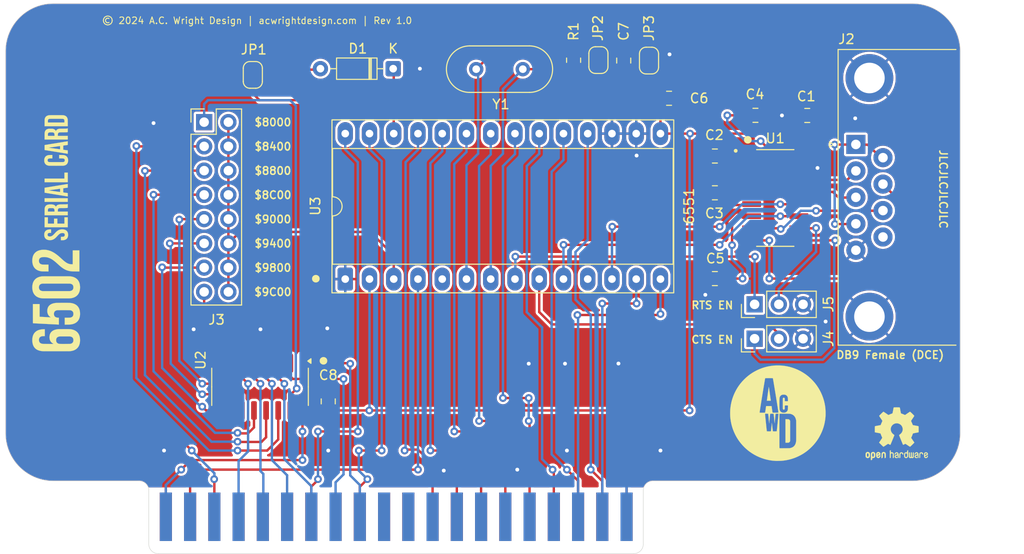
<source format=kicad_pcb>
(kicad_pcb (version 20241229) (generator "pcbnew") (generator_version "9.0")
  (title_block (title "6502 Serial Card") (date "2025-09-21") (rev "1.0") (company "A.C. Wright Design"))
  (layers (0 "F.Cu" signal "Top") (2 "B.Cu" signal "Bottom") (13 "F.Paste" user) (15 "B.Paste" user) (5 "F.SilkS" user "F.Silkscreen") (7 "B.SilkS" user "B.Silkscreen") (1 "F.Mask" user) (3 "B.Mask" user) (25 "Edge.Cuts" user))
  (net 0 "")
  (net 1 "GND")
  (net 2 "VCC")
  (net 3 "A15")
  (net 4 "A14")
  (net 5 "A13")
  (net 6 "A12")
  (net 7 "A11")
  (net 8 "A10")
  (net 9 "Net-(U1-C1-)")
  (net 10 "IRQB")
  (net 11 "RESB")
  (net 12 "/$8000")
  (net 13 "/$8400")
  (net 14 "/$8800")
  (net 15 "/$8C00")
  (net 16 "/$9000")
  (net 17 "/$9400")
  (net 18 "/$9800")
  (net 19 "/$9C00")
  (net 20 "D7")
  (net 21 "RWB")
  (net 22 "A0")
  (net 24 "D5")
  (net 25 "D4")
  (net 27 "D3")
  (net 28 "PHI2")
  (net 29 "D6")
  (net 30 "D2")
  (net 31 "A1")
  (net 32 "D0")
  (net 33 "D1")
  (net 34 "CSB")
  (net 36 "TXD")
  (net 50 "Net-(U1-C1+)")
  (net 51 "RXD")
  (net 52 "Net-(U1-C2+)")
  (net 53 "RXDIN")
  (net 54 "TXDOUT")
  (net 55 "Net-(D1-K)")
  (net 56 "Net-(U1-C2-)")
  (net 57 "Net-(U1-VS+)")
  (net 58 "Net-(U1-VS-)")
  (net 59 "Net-(JP2-B)")
  (net 60 "CTS")
  (net 61 "Net-(JP3-B)")
  (net 63 "Net-(U3-XTALO)")
  (net 64 "RTS")
  (net 65 "RTSOUT")
  (net 66 "CTSIN")
  (net 69 "Net-(J2-Pad1)")
  (net 70 "Net-(JP2-A)")
  (net 71 "Net-(J4-Pin_2)")
  (net 72 "Net-(J5-Pin_1)")
  (footprint "Capacitor_SMD:C_0805_2012Metric" (layer "F.Cu") (at 172.8011 96.0136 180)
    (property "Reference" "C3")
    (property "Value" "1uF" (hide yes))
  )
  (footprint "Capacitor_SMD:C_0805_2012Metric" (layer "F.Cu") (at 172.8011 92.1636 180)
    (property "Reference" "C2")
    (property "Value" "1uF" (hide yes))
  )
  (footprint "Capacitor_SMD:C_0805_2012Metric" (layer "F.Cu") (at 177.05 87.9)
    (property "Reference" "C4")
    (property "Value" "1uF" (hide yes))
  )
  (footprint "Capacitor_SMD:C_0805_2012Metric" (layer "F.Cu") (at 168.0011 86.1136)
    (property "Reference" "C6")
    (property "Value" "100nF" (hide yes))
  )
  (footprint "Capacitor_SMD:C_0805_2012Metric" (layer "F.Cu") (at 172.8 105 180)
    (property "Reference" "C5")
    (property "Value" "1uF" (hide yes))
  )
  (footprint "Crystal:Crystal_HC49-U_Vertical" (layer "F.Cu") (at 147.8011 83.0636)
    (property "Reference" "Y1")
    (property "Value" "1.8432 Mhz" (hide yes))
  )
  (footprint "Resistor_SMD:R_0805_2012Metric" (layer "F.Cu") (at 158.0011 82.1261 90)
    (property "Reference" "R1")
    (property "Value" "1M" (hide yes))
  )
  (footprint "Capacitor_SMD:C_0805_2012Metric" (layer "F.Cu") (at 132.3011 117.8636 90)
    (property "Reference" "C8")
    (property "Value" "100nF" (hide yes))
  )
  (footprint "6502 Parts:MAX232D" (layer "F.Cu") (at 179.1261 96.5586)
    (property "Reference" "U1")
    (property "Value" "MAX232" (hide yes))
  )
  (footprint "Capacitor_SMD:C_0805_2012Metric" (layer "F.Cu") (at 182.4761 87.9136)
    (property "Reference" "C1")
    (property "Value" "100nF" (hide yes))
  )
  (footprint "Capacitor_SMD:C_0805_2012Metric" (layer "F.Cu") (at 163.2511 82.1636 90)
    (property "Reference" "C7")
    (property "Value" "22pF" (hide yes))
  )
  (footprint "Package_SO:SOIC-16_3.9x9.9mm_P1.27mm" (layer "F.Cu") (at 125.1561 116.3386 -90)
    (property "Reference" "U2")
    (property "Value" "74HC138" (hide yes))
  )
  (footprint "6502 Parts:DB9 Female" (layer "F.Cu") (at 187.57 90.95 90)
    (property "Reference" "J2")
    (property "Value" "DB9 Female (DCE)")
  )
  (footprint "Package_DIP:DIP-28_W15.24mm_Socket_LongPads" (layer "F.Cu") (at 134.0811 105.0536 90)
    (property "Reference" "U3")
    (property "Value" "6551")
  )
  (footprint "Connector_PinHeader_2.54mm:PinHeader_1x03_P2.54mm_Vertical" (layer "F.Cu") (at 176.96 107.7 90)
    (property "Reference" "J5")
    (property "Value" "RTS EN")
  )
  (footprint "6502 Logos:6502 Serial Card Logo 5mm" (layer "F.Cu") (at 103.8011 97.6136 90)
    (property "Reference" "G***" (hide yes))
    (property "Value" "LOGO" (hide yes))
  )
  (footprint "Diode_THT:D_DO-35_SOD27_P7.62mm_Horizontal" (layer "F.Cu") (at 139.1011 83.0136 180)
    (property "Reference" "D1")
    (property "Value" "D_Schottky" (hide yes))
  )
  (footprint "A.C. Wright Logo:A.C. Wright Logo 10mm" (layer "F.Cu") (at 179.4 119.1)
    (property "Reference" "G***" (hide yes))
    (property "Value" "LOGO" (hide yes))
  )
  (footprint "Jumper:SolderJumper-2_P1.3mm_Open_RoundedPad1.0x1.5mm" (layer "F.Cu") (at 165.9011 82.1636 -90)
    (property "Reference" "JP3")
    (property "Value" "SolderJumper_2_Open" (hide yes))
  )
  (footprint "Jumper:SolderJumper-2_P1.3mm_Bridged_RoundedPad1.0x1.5mm" (layer "F.Cu") (at 124.4011 83.6636 -90)
    (property "Reference" "JP1")
    (property "Value" "SolderJumper_2_Bridged" (hide yes))
  )
  (footprint "Jumper:SolderJumper-2_P1.3mm_Open_RoundedPad1.0x1.5mm" (layer "F.Cu") (at 160.6011 82.1136 90)
    (property "Reference" "JP2")
    (property "Value" "SolderJumper_2_Open" (hide yes))
  )
  (footprint "Connector_PinHeader_2.54mm:PinHeader_2x08_P2.54mm_Vertical" (layer "F.Cu") (at 119.3011 88.6136)
    (property "Reference" "J3")
    (property "Value" "Conn_02x08_Odd_Even" (hide yes))
  )
  (footprint "6502 Parts:6502 Card Edge" (layer "F.Cu") (at 115.29 132.49)
    (property "Reference" "J1" (hide yes))
    (property "Value" "6502 Card Edge" (hide yes))
  )
  (footprint "Symbol:OSHW-Logo2_7.3x6mm_SilkScreen" (layer "F.Cu") (at 191.85 121.25)
    (property "Reference" "REF**" (hide yes))
    (property "Value" "OSHW-Logo2_7.3x6mm_SilkScreen" (hide yes))
  )
  (footprint "Connector_PinHeader_2.54mm:PinHeader_1x03_P2.54mm_Vertical" (layer "F.Cu") (at 176.9611 111.3 90)
    (property "Reference" "J4")
    (property "Value" "CTS EN")
  )
  (gr_circle (center 176.2511 90.4636) (end 176.4511 90.4636) (stroke (width 0.4)) (fill no) (layer "F.SilkS"))
  (gr_circle (center 131.0011 105.0136) (end 131.2011 105.0136) (stroke (width 0.4)) (fill no) (layer "F.SilkS"))
  (gr_circle (center 131.8011 113.6136) (end 132.0011 113.6136) (stroke (width 0.4)) (fill no) (layer "F.SilkS"))
  (gr_line (start 166.3011 126.1936) (end 193.5011 126.1936) (stroke (width 0.05)) (layer "Edge.Cuts"))
  (gr_line (start 165.3011 132.8136) (end 165.3011 127.1936) (stroke (width 0.05)) (layer "Edge.Cuts"))
  (gr_line (start 113.5011 127.1936) (end 113.5011 132.8136) (stroke (width 0.05)) (layer "Edge.Cuts"))
  (gr_arc (start 198.5011 121.1936) (mid 197.036634 124.729134) (end 193.5011 126.1936) (stroke (width 0.05)) (layer "Edge.Cuts"))
  (gr_line (start 103.5011 126.1936) (end 112.5011 126.1936) (stroke (width 0.05)) (layer "Edge.Cuts"))
  (gr_line (start 98.5011 81.1936) (end 98.5011 121.1936) (stroke (width 0.05)) (layer "Edge.Cuts"))
  (gr_arc (start 193.5011 76.1936) (mid 197.036634 77.658066) (end 198.5011 81.1936) (stroke (width 0.05)) (layer "Edge.Cuts"))
  (gr_arc (start 103.5011 126.1936) (mid 99.965566 124.729134) (end 98.5011 121.1936) (stroke (width 0.05)) (layer "Edge.Cuts"))
  (gr_arc (start 165.3011 132.8136) (mid 165.008207 133.520707) (end 164.3011 133.8136) (stroke (width 0.05)) (layer "Edge.Cuts"))
  (gr_arc (start 112.5011 126.1936) (mid 113.208207 126.486493) (end 113.5011 127.1936) (stroke (width 0.05)) (layer "Edge.Cuts"))
  (gr_arc (start 98.5011 81.1936) (mid 99.965566 77.658066) (end 103.5011 76.1936) (stroke (width 0.05)) (layer "Edge.Cuts"))
  (gr_line (start 114.5011 133.8136) (end 164.3011 133.8136) (stroke (width 0.05)) (layer "Edge.Cuts"))
  (gr_line (start 193.5011 76.1936) (end 103.5011 76.1936) (stroke (width 0.05)) (layer "Edge.Cuts"))
  (gr_line (start 198.5011 121.1936) (end 198.5011 81.1936) (stroke (width 0.05)) (layer "Edge.Cuts"))
  (gr_arc (start 165.3011 127.1936) (mid 165.593993 126.486493) (end 166.3011 126.1936) (stroke (width 0.05)) (layer "Edge.Cuts"))
  (gr_arc (start 114.5011 133.8136) (mid 113.793993 133.520707) (end 113.5011 132.8136) (stroke (width 0.05)) (layer "Edge.Cuts"))
  (gr_text "JLCJLCJLCJLC" (at 196.723 95.631 270) (layer "F.SilkS") (effects (font (size 0.8 0.8))))
  (gr_text "© 2024 A.C. Wright Design | acwrightdesign.com | Rev 1.0" (at 124.841 77.978 0) (layer "F.SilkS") (effects (font (size 0.7 0.7) (thickness 0.1))))
  (gr_text "$9000" (at 126.5011 98.7936 0) (layer "F.SilkS") (effects (font (size 0.8 0.8))))
  (gr_text "$8400" (at 126.5011 91.1736 0) (layer "F.SilkS") (effects (font (size 0.8 0.8))))
  (gr_text "$8C00" (at 126.5011 96.2536 0) (layer "F.SilkS") (effects (font (size 0.8 0.8))))
  (gr_text "$9C00" (at 126.5011 106.4136 0) (layer "F.SilkS") (effects (font (size 0.8 0.8))))
  (gr_text "$8000" (at 126.5011 88.6336 0) (layer "F.SilkS") (effects (font (size 0.8 0.8))))
  (gr_text "$9400" (at 126.5011 101.3336 0) (layer "F.SilkS") (effects (font (size 0.8 0.8))))
  (gr_text "$8800" (at 126.5011 93.7136 0) (layer "F.SilkS") (effects (font (size 0.8 0.8))))
  (gr_text "$9800" (at 126.5011 103.8736 0) (layer "F.SilkS") (effects (font (size 0.8 0.8))))
  (segment (start 115.29 129.95) (end 115.29 125.0247) (width 0.25) (layer "F.Cu") (net 1))
  (via (at 115.1011 123.0136) (size 0.8) (drill 0.4) (layers "F.Cu" "B.Cu") (net 1))
  (via (at 184.4 109.5) (size 0.8) (drill 0.4) (layers "F.Cu" "B.Cu") (net 1))
  (via (at 179.8261 87.9136) (size 0.8) (drill 0.4) (layers "F.Cu" "B.Cu") (net 1))
  (via (at 132.3011 123.0136) (size 0.8) (drill 0.4) (layers "F.Cu" "B.Cu") (net 1))
  (via (at 153.3011 113.9136) (size 0.8) (drill 0.4) (layers "F.Cu" "B.Cu") (net 1))
  (via (at 162.7 113.9) (size 0.8) (drill 0.4) (layers "F.Cu" "B.Cu") (net 1))
  (via (at 141.9011 83.0136) (size 0.8) (drill 0.4) (layers "F.Cu" "B.Cu") (net 1))
  (via (at 152.1011 125.0136) (size 0.8) (drill 0.4) (layers "F.Cu" "B.Cu") (net 1))
  (via (at 157.1011 113.9136) (size 0.8) (drill 0.4) (layers "F.Cu" "B.Cu") (net 1))
  (via (at 118.2011 110.3136) (size 0.8) (drill 0.4) (layers "F.Cu" "B.Cu") (net 1))
  (via (at 164.6011 92.1136) (size 0.8) (drill 0.4) (layers "F.Cu" "B.Cu") (net 1))
  (via (at 167.1011 123.0136) (size 0.8) (drill 0.4) (layers "F.Cu" "B.Cu") (net 1))
  (via (at 168.0511 81.5136) (size 0.8) (drill 0.4) (layers "F.Cu" "B.Cu") (net 1))
  (via (at 114.0011 88.7136) (size 0.8) (drill 0.4) (layers "F.Cu" "B.Cu") (net 1))
  (via (at 187.5011 88.2136) (size 0.8) (drill 0.4) (layers "F.Cu" "B.Cu") (net 1))
  (via (at 183.5511 93.4136) (size 0.8) (drill 0.4) (layers "F.Cu" "B.Cu") (net 1))
  (via (at 157.3011 123.0136) (size 0.8) (drill 0.4) (layers "F.Cu" "B.Cu") (net 1))
  (via (at 171.8 106.7) (size 0.8) (drill 0.4) (layers "F.Cu" "B.Cu") (net 1))
  (via (at 144.4011 125.1136) (size 0.8) (drill 0.4) (layers "F.Cu" "B.Cu") (net 1))
  (via (at 132.2011 110.2136) (size 0.8) (drill 0.4) (layers "F.Cu" "B.Cu") (net 1))
  (via (at 125.2011 110.3136) (size 0.8) (drill 0.4) (layers "F.Cu" "B.Cu") (net 1))
  (segment (start 163.55 129.95) (end 163.55 125.0625) (width 0.25) (layer "B.Cu") (net 1))
  (segment (start 167.1011 89.8136) (end 167.1011 86.1636) (width 0.25) (layer "F.Cu") (net 2))
  (segment (start 163.55 129.95) (end 163.55 118.8136) (width 0.25) (layer "F.Cu") (net 2))
  (segment (start 117.9011 124.0136) (end 129.6011 124.0136) (width 0.25) (layer "F.Cu") (net 2))
  (segment (start 116.9011 125.0136) (end 117.9011 124.0136) (width 0.25) (layer "F.Cu") (net 2))
  (segment (start 170.2011 89.8136) (end 183.4511 89.8136) (width 0.25) (layer "F.Cu") (net 2))
  (segment (start 183.5011 87.9136) (end 183.4511 87.9636) (width 0.25) (layer "F.Cu") (net 2))
  (segment (start 167.0511 89.7636) (end 167.1011 89.8136) (width 0.25) (layer "F.Cu") (net 2))
  (segment (start 183.4511 87.9636) (end 183.4511 89.8136) (width 0.25) (layer "F.Cu") (net 2))
  (segment (start 136.6011 118.8136) (end 132.7011 118.8136) (width 0.25) (layer "F.Cu") (net 2))
  (segment (start 136.6011 118.8136) (end 163.55 118.8136) (width 0.25) (layer "F.Cu") (net 2))
  (segment (start 183.4511 91.7136) (end 183.4511 89.8136) (width 0.25) (layer "F.Cu") (net 2))
  (segment (start 183.0511 92.1136) (end 183.4511 91.7136) (width 0.25) (layer "F.Cu") (net 2))
  (segment (start 132.6011 118.8136) (end 129.6011 118.8136) (width 0.25) (layer "F.Cu") (net 2))
  (segment (start 167.1011 89.8136) (end 170.2011 89.8136) (width 0.25) (layer "F.Cu") (net 2))
  (segment (start 163.55 118.8136) (end 170.1511 118.8136) (width 0.25) (layer "F.Cu") (net 2))
  (segment (start 132.4011 118.8136) (end 132.3011 118.8136) (width 0.25) (layer "F.Cu") (net 2))
  (segment (start 181.6011 92.1136) (end 183.0511 92.1136) (width 0.25) (layer "F.Cu") (net 2))
  (segment (start 129.6011 121.0136) (end 129.6011 118.8136) (width 0.25) (layer "F.Cu") (net 2))
  (segment (start 167.1011 86.1636) (end 167.0511 86.1136) (width 0.25) (layer "F.Cu") (net 2))
  (via (at 136.6011 118.8136) (size 0.8) (drill 0.4) (layers "F.Cu" "B.Cu") (net 2))
  (via (at 170.1511 118.8136) (size 0.8) (drill 0.4) (layers "F.Cu" "B.Cu") (net 2))
  (via (at 129.6011 121.0136) (size 0.8) (drill 0.4) (layers "F.Cu" "B.Cu") (net 2))
  (via (at 116.9011 125.0136) (size 0.8) (drill 0.4) (layers "F.Cu" "B.Cu") (net 2))
  (via (at 129.6011 124.0136) (size 0.8) (drill 0.4) (layers "F.Cu" "B.Cu") (net 2))
  (via (at 170.2011 89.8136) (size 0.8) (drill 0.4) (layers "F.Cu" "B.Cu") (net 2))
  (segment (start 170.1511 118.8136) (end 170.1511 104.3136) (width 0.25) (layer "B.Cu") (net 2))
  (segment (start 129.6011 124.0136) (end 129.6011 121.0136) (width 0.25) (layer "B.Cu") (net 2))
  (segment (start 115.29 129.95) (end 115.29 126.6247) (width 0.25) (layer "B.Cu") (net 2))
  (segment (start 136.6011 118.8136) (end 136.6211 118.7936) (width 0.25) (layer "B.Cu") (net 2))
  (segment (start 136.6211 118.7936) (end 136.6211 105.0536) (width 0.25) (layer "B.Cu") (net 2))
  (segment (start 170.1511 104.3136) (end 170.1511 89.8636) (width 0.25) (layer "B.Cu") (net 2))
  (segment (start 170.1511 89.8636) (end 170.2011 89.8136) (width 0.25) (layer "B.Cu") (net 2))
  (segment (start 115.29 126.6247) (end 116.9011 125.0136) (width 0.25) (layer "B.Cu") (net 2))
  (segment (start 123.9011 116.0136) (end 123.2511 115.3636) (width 0.25) (layer "F.Cu") (net 3))
  (segment (start 123.2511 115.3636) (end 123.2511 113.8636) (width 0.25) (layer "F.Cu") (net 3))
  (via (at 123.9011 116.0136) (size 0.8) (drill 0.4) (layers "F.Cu" "B.Cu") (net 3))
  (segment (start 123.9011 123.1136) (end 123.9011 122.8136) (width 0.25) (layer "B.Cu") (net 3))
  (segment (start 123.9011 122.8136) (end 123.9011 116.0136) (width 0.25) (layer "B.Cu") (net 3))
  (segment (start 122.91 129.95) (end 122.91 124.1047) (width 0.25) (layer "B.Cu") (net 3))
  (segment (start 122.91 124.1047) (end 123.9011 123.1136) (width 0.25) (layer "B.Cu") (net 3))
  (segment (start 125.2011 116.0136) (end 124.5211 115.3336) (width 0.25) (layer "F.Cu") (net 4))
  (segment (start 124.5211 115.3336) (end 124.5211 113.8636) (width 0.25) (layer "F.Cu") (net 4))
  (via (at 125.2011 116.0136) (size 0.8) (drill 0.4) (layers "F.Cu" "B.Cu") (net 4))
  (segment (start 125.5011 125.4636) (end 125.5011 129.8989) (width 0.25) (layer "B.Cu") (net 4))
  (segment (start 125.2011 125.1636) (end 125.5011 125.4636) (width 0.25) (layer "B.Cu") (net 4))
  (segment (start 125.5011 129.8989) (end 125.45 129.95) (width 0.25) (layer "B.Cu") (net 4))
  (segment (start 125.2011 116.0136) (end 125.2011 125.1636) (width 0.25) (layer "B.Cu") (net 4))
  (segment (start 125.8011 115.4136) (end 125.8011 115.3136) (width 0.25) (layer "F.Cu") (net 5))
  (segment (start 125.8011 115.3136) (end 125.7911 115.3036) (width 0.25) (layer "F.Cu") (net 5))
  (segment (start 126.4011 116.0136) (end 125.8011 115.4136) (width 0.25) (layer "F.Cu") (net 5))
  (segment (start 125.7911 115.3036) (end 125.7911 113.8636) (width 0.25) (layer "F.Cu") (net 5))
  (via (at 126.4011 116.0136) (size 0.8) (drill 0.4) (layers "F.Cu" "B.Cu") (net 5))
  (segment (start 127.99 129.95) (end 127.99 125.6025) (width 0.25) (layer "B.Cu") (net 5))
  (segment (start 126.4011 124.0136) (end 126.4011 116.0136) (width 0.25) (layer "B.Cu") (net 5))
  (segment (start 127.99 129.9247) (end 128.0011 129.9136) (width 0.25) (layer "B.Cu") (net 5))
  (segment (start 127.99 125.6025) (end 126.4011 124.0136) (width 0.25) (layer "B.Cu") (net 5))
  (segment (start 127.99 129.95) (end 127.99 129.9247) (width 0.25) (layer "B.Cu") (net 5))
  (segment (start 127.7011 116.0136) (end 127.0611 115.3736) (width 0.25) (layer "F.Cu") (net 6))
  (segment (start 127.0611 115.3736) (end 127.0611 113.8636) (width 0.25) (layer "F.Cu") (net 6))
  (via (at 127.7011 116.0136) (size 0.8) (drill 0.4) (layers "F.Cu" "B.Cu") (net 6))
  (segment (start 130.53 126.7425) (end 127.7011 123.9136) (width 0.25) (layer "B.Cu") (net 6))
  (segment (start 127.7011 123.9136) (end 127.7011 116.0136) (width 0.25) (layer "B.Cu") (net 6))
  (segment (start 130.53 129.95) (end 130.53 126.7425) (width 0.25) (layer "B.Cu") (net 6))
  (segment (start 128.3311 115.2436) (end 128.3311 113.8636) (width 0.25) (layer "F.Cu") (net 7))
  (segment (start 133.9011 115.5136) (end 128.6011 115.5136) (width 0.25) (layer "F.Cu") (net 7))
  (segment (start 128.6011 115.5136) (end 128.3311 115.2436) (width 0.25) (layer "F.Cu") (net 7))
  (via (at 133.9011 115.5136) (size 0.8) (drill 0.4) (layers "F.Cu" "B.Cu") (net 7))
  (segment (start 133.9011 125.5136) (end 133.07 126.3447) (width 0.25) (layer "B.Cu") (net 7))
  (segment (start 133.07 126.3447) (end 133.07 129.95) (width 0.25) (layer "B.Cu") (net 7))
  (segment (start 133.9011 115.5136) (end 133.9011 125.5136) (width 0.25) (layer "B.Cu") (net 7))
  (segment (start 134.5511 113.8636) (end 129.6011 113.8636) (width 0.25) (layer "F.Cu") (net 8))
  (segment (start 134.6011 113.9136) (end 134.5511 113.8636) (width 0.25) (layer "F.Cu") (net 8))
  (via (at 134.6011 113.9136) (size 0.8) (drill 0.4) (layers "F.Cu" "B.Cu") (net 8))
  (segment (start 135.61 126.6225) (end 135.61 129.95) (width 0.25) (layer "B.Cu") (net 8))
  (segment (start 134.6011 125.6136) (end 135.61 126.6225) (width 0.25) (layer "B.Cu") (net 8))
  (segment (start 134.6011 113.9136) (end 134.6011 125.6136) (width 0.25) (layer "B.Cu") (net 8))
  (segment (start 172.4011 93.8636) (end 171.8511 93.3136) (width 0.25) (layer "F.Cu") (net 9))
  (segment (start 171.8511 93.3136) (end 171.8511 92.1636) (width 0.25) (layer "F.Cu") (net 9))
  (segment (start 174.8911 94.7536) (end 174.0011 93.8636) (width 0.25) (layer "F.Cu") (net 9))
  (segment (start 174.0011 93.8636) (end 172.4011 93.8636) (width 0.25) (layer "F.Cu") (net 9))
  (segment (start 176.2511 94.7536) (end 174.8911 94.7536) (width 0.25) (layer "F.Cu") (net 9))
  (segment (start 115.2011 83.1136) (end 110.9011 87.4136) (width 0.25) (layer "F.Cu") (net 10))
  (segment (start 131.4811 83.0136) (end 131.3811 83.1136) (width 0.25) (layer "F.Cu") (net 10))
  (segment (start 110.9011 87.4136) (end 110.9011 115.9136) (width 0.25) (layer "F.Cu") (net 10))
  (segment (start 110.9011 115.9136) (end 118.0011 123.0136) (width 0.25) (layer "F.Cu") (net 10))
  (segment (start 120.37 126.0325) (end 120.37 129.95) (width 0.25) (layer "F.Cu") (net 10))
  (segment (start 120.3511 126.0136) (end 120.37 126.0325) (width 0.25) (layer "F.Cu") (net 10))
  (segment (start 131.3811 83.1136) (end 115.2011 83.1136) (width 0.25) (layer "F.Cu") (net 10))
  (via (at 118.0011 123.0136) (size 0.8) (drill 0.4) (layers "F.Cu" "B.Cu") (net 10))
  (via (at 120.3511 126.0136) (size 0.8) (drill 0.4) (layers "F.Cu" "B.Cu") (net 10))
  (segment (start 120.3761 125.9886) (end 120.3511 126.0136) (width 0.25) (layer "B.Cu") (net 10))
  (segment (start 118.0011 123.0136) (end 120.3761 125.3886) (width 0.25) (layer "B.Cu") (net 10))
  (segment (start 120.3761 125.3886) (end 120.3761 125.9886) (width 0.25) (layer "B.Cu") (net 10))
  (segment (start 117.83 129.95) (end 117.83 126.1847) (width 0.25) (layer "F.Cu") (net 11))
  (segment (start 119.0011 125.0136) (end 119.9011 125.0136) (width 0.25) (layer "F.Cu") (net 11))
  (segment (start 117.83 126.1847) (end 119.0011 125.0136) (width 0.25) (layer "F.Cu") (net 11))
  (segment (start 119.9011 125.0136) (end 141.7011 125.0136) (width 0.25) (layer "F.Cu") (net 11))
  (via (at 141.7011 125.0136) (size 0.8) (drill 0.4) (layers "F.Cu" "B.Cu") (net 11))
  (segment (start 141.7011 125.0136) (end 141.7011 105.0536) (width 0.25) (layer "B.Cu") (net 11))
  (segment (start 128.3311 117.1836) (end 129.0011 116.5136) (width 0.25) (layer "F.Cu") (net 12))
  (segment (start 128.3311 118.8136) (end 128.3311 117.1836) (width 0.25) (layer "F.Cu") (net 12))
  (via (at 129.0011 116.5136) (size 0.8) (drill 0.4) (layers "F.Cu" "B.Cu") (net 12))
  (segment (start 119.3011 86.7136) (end 119.3011 88.6136) (width 0.25) (layer "B.Cu") (net 12))
  (segment (start 119.7011 86.3136) (end 119.3011 86.7136) (width 0.25) (layer "B.Cu") (net 12))
  (segment (start 128.9011 86.9136) (end 128.3011 86.3136) (width 0.25) (layer "B.Cu") (net 12))
  (segment (start 129.0011 116.5136) (end 128.9011 116.4136) (width 0.25) (layer "B.Cu") (net 12))
  (segment (start 128.9011 116.4136) (end 128.9011 86.9136) (width 0.25) (layer "B.Cu") (net 12))
  (segment (start 128.3011 86.3136) (end 119.7011 86.3136) (width 0.25) (layer "B.Cu") (net 12))
  (segment (start 127.0611 121.8536) (end 125.9011 123.0136) (width 0.25) (layer "F.Cu") (net 13))
  (segment (start 112.2411 91.1536) (end 112.2011 91.1136) (width 0.25) (layer "F.Cu") (net 13))
  (segment (start 127.0611 118.8136) (end 127.0611 121.8536) (width 0.25) (layer "F.Cu") (net 13))
  (segment (start 119.3011 91.1536) (end 112.2411 91.1536) (width 0.25) (layer "F.Cu") (net 13))
  (segment (start 125.9011 123.0136) (end 122.8011 123.0136) (width 0.25) (layer "F.Cu") (net 13))
  (via (at 112.2011 91.1136) (size 0.8) (drill 0.4) (layers "F.Cu" "B.Cu") (net 13))
  (via (at 122.8011 123.0136) (size 0.8) (drill 0.4) (layers "F.Cu" "B.Cu") (net 13))
  (segment (start 119.8011 123.0136) (end 122.8011 123.0136) (width 0.25) (layer "B.Cu") (net 13))
  (segment (start 112.2011 115.4136) (end 119.8011 123.0136) (width 0.25) (layer "B.Cu") (net 13))
  (segment (start 112.2011 91.1136) (end 112.2011 115.4136) (width 0.25) (layer "B.Cu") (net 13))
  (segment (start 113.1011 93.7136) (end 113.1211 93.6936) (width 0.25) (layer "F.Cu") (net 14))
  (segment (start 122.828103 122.1136) (end 122.8011 122.086597) (width 0.25) (layer "F.Cu") (net 14))
  (segment (start 113.1211 93.6936) (end 119.3011 93.6936) (width 0.25) (layer "F.Cu") (net 14))
  (segment (start 125.3011 122.1136) (end 122.828103 122.1136) (width 0.25) (layer "F.Cu") (net 14))
  (segment (start 125.7911 121.6236) (end 125.3011 122.1136) (width 0.25) (layer "F.Cu") (net 14))
  (segment (start 125.7911 118.8136) (end 125.7911 121.6236) (width 0.25) (layer "F.Cu") (net 14))
  (via (at 113.1011 93.7136) (size 0.8) (drill 0.4) (layers "F.Cu" "B.Cu") (net 14))
  (via (at 122.8011 122.086597) (size 0.8) (drill 0.4) (layers "F.Cu" "B.Cu") (net 14))
  (segment (start 113.1011 115.1136) (end 120.074097 122.086597) (width 0.25) (layer "B.Cu") (net 14))
  (segment (start 120.074097 122.086597) (end 122.8011 122.086597) (width 0.25) (layer "B.Cu") (net 14))
  (segment (start 113.1011 93.7136) (end 113.1011 115.1136) (width 0.25) (layer "B.Cu") (net 14))
  (segment (start 119.2811 96.2136) (end 119.3011 96.2336) (width 0.25) (layer "F.Cu") (net 15))
  (segment (start 122.855106 121.2136) (end 122.8011 121.159594) (width 0.25) (layer "F.Cu") (net 15))
  (segment (start 123.9011 121.2136) (end 122.855106 121.2136) (width 0.25) (layer "F.Cu") (net 15))
  (segment (start 124.5211 120.5936) (end 123.9011 121.2136) (width 0.25) (layer "F.Cu") (net 15))
  (segment (start 124.5211 118.8136) (end 124.5211 120.5936) (width 0.25) (layer "F.Cu") (net 15))
  (segment (start 114.0011 96.2136) (end 119.2811 96.2136) (width 0.25) (layer "F.Cu") (net 15))
  (via (at 122.8011 121.159594) (size 0.8) (drill 0.4) (layers "F.Cu" "B.Cu") (net 15))
  (via (at 114.0011 96.2136) (size 0.8) (drill 0.4) (layers "F.Cu" "B.Cu") (net 15))
  (segment (start 114.0011 96.2136) (end 114.0011 114.7136) (width 0.25) (layer "B.Cu") (net 15))
  (segment (start 120.447094 121.159594) (end 122.8011 121.159594) (width 0.25) (layer "B.Cu") (net 15))
  (segment (start 114.0011 114.7136) (end 120.447094 121.159594) (width 0.25) (layer "B.Cu") (net 15))
  (segment (start 122.0011 116.0136) (end 119.1011 116.0136) (width 0.25) (layer "F.Cu") (net 16))
  (segment (start 123.2511 117.2636) (end 122.0011 116.0136) (width 0.25) (layer "F.Cu") (net 16))
  (segment (start 123.2511 118.8136) (end 123.2511 117.2636) (width 0.25) (layer "F.Cu") (net 16))
  (segment (start 116.7011 98.8136) (end 116.7411 98.7736) (width 0.25) (layer "F.Cu") (net 16))
  (segment (start 116.7411 98.7736) (end 119.3011 98.7736) (width 0.25) (layer "F.Cu") (net 16))
  (via (at 119.1011 116.0136) (size 0.8) (drill 0.4) (layers "F.Cu" "B.Cu") (net 16))
  (via (at 116.7011 98.8136) (size 0.8) (drill 0.4) (layers "F.Cu" "B.Cu") (net 16))
  (segment (start 116.7011 113.6136) (end 116.7011 98.8136) (width 0.25) (layer "B.Cu") (net 16))
  (segment (start 119.1011 116.0136) (end 116.7011 113.6136) (width 0.25) (layer "B.Cu") (net 16))
  (segment (start 121.6011 117.1136) (end 121.9811 117.4936) (width 0.25) (layer "F.Cu") (net 17))
  (segment (start 121.9811 117.4936) (end 121.9811 118.8136) (width 0.25) (layer "F.Cu") (net 17))
  (segment (start 119.1011 117.1136) (end 121.6011 117.1136) (width 0.25) (layer "F.Cu") (net 17))
  (segment (start 115.7011 101.3136) (end 119.3011 101.3136) (width 0.25) (layer "F.Cu") (net 17))
  (via (at 119.1011 117.1136) (size 0.8) (drill 0.4) (layers "F.Cu" "B.Cu") (net 17))
  (via (at 115.7011 101.3136) (size 0.8) (drill 0.4) (layers "F.Cu" "B.Cu") (net 17))
  (segment (start 119.0011 117.1136) (end 115.8011 113.9136) (width 0.25) (layer "B.Cu") (net 17))
  (segment (start 115.8011 113.9136) (end 115.8011 101.4136) (width 0.25) (layer "B.Cu") (net 17))
  (segment (start 115.8011 101.4136) (end 115.7011 101.3136) (width 0.25) (layer "B.Cu") (net 17))
  (segment (start 119.1011 117.1136) (end 119.0011 117.1136) (width 0.25) (layer "B.Cu") (net 17))
  (segment (start 119.1011 118.4136) (end 119.5011 118.8136) (width 0.25) (layer "F.Cu") (net 18))
  (segment (start 114.9011 103.8136) (end 114.9411 103.8536) (width 0.25) (layer "F.Cu") (net 18))
  (segment (start 119.5011 118.8136) (end 120.7111 118.8136) (width 0.25) (layer "F.Cu") (net 18))
  (segment (start 114.9411 103.8536) (end 119.3011 103.8536) (width 0.25) (layer "F.Cu") (net 18))
  (via (at 114.9011 103.8136) (size 0.8) (drill 0.4) (layers "F.Cu" "B.Cu") (net 18))
  (via (at 119.1011 118.4136) (size 0.8) (drill 0.4) (layers "F.Cu" "B.Cu") (net 18))
  (segment (start 114.9011 114.3636) (end 114.9011 103.8136) (width 0.25) (layer "B.Cu") (net 18))
  (segment (start 118.9511 118.4136) (end 114.9011 114.3636) (width 0.25) (layer "B.Cu") (net 18))
  (segment (start 119.1011 118.4136) (end 118.9511 118.4136) (width 0.25) (layer "B.Cu") (net 18))
  (segment (start 121.9811 113.8636) (end 121.9811 112.1936) (width 0.25) (layer "F.Cu") (net 19))
  (segment (start 121.9811 112.1936) (end 119.3011 109.5136) (width 0.25) (layer "F.Cu") (net 19))
  (segment (start 119.3011 109.5136) (end 119.3011 106.3936) (width 0.25) (layer "F.Cu") (net 19))
  (segment (start 143.23 124.4425) (end 141.7011 122.9136) (width 0.25) (layer "F.Cu") (net 20))
  (segment (start 141.7011 122.9136) (end 140.4011 122.9136) (width 0.25) (layer "F.Cu") (net 20))
  (segment (start 143.23 129.95) (end 143.23 124.4425) (width 0.25) (layer "F.Cu") (net 20))
  (segment (start 140.4011 122.9136) (end 140.3011 123.0136) (width 0.25) (layer "F.Cu") (net 20))
  (via (at 140.3011 123.0136) (size 0.8) (drill 0.4) (layers "F.Cu" "B.Cu") (net 20))
  (segment (start 140.4011 122.9136) (end 140.3011 123.0136) (width 0.25) (layer "B.Cu") (net 20))
  (segment (start 141.7011 89.8136) (end 141.7011 91.5136) (width 0.25) (layer "B.Cu") (net 20))
  (segment (start 141.7011 91.5136) (end 140.4011 92.8136) (width 0.25) (layer "B.Cu") (net 20))
  (segment (start 140.4011 92.8136) (end 140.4011 122.9136) (width 0.25) (layer "B.Cu") (net 20))
  (segment (start 135.4011 121.0136) (end 131.2261 121.0136) (width 0.25) (layer "F.Cu") (net 21))
  (segment (start 130.53 126.7847) (end 130.53 129.95) (width 0.25) (layer "F.Cu") (net 21))
  (segment (start 131.3011 126.0136) (end 130.53 126.7847) (width 0.25) (layer "F.Cu") (net 21))
  (via (at 131.2261 126.0136) (size 0.8) (drill 0.4) (layers "F.Cu" "B.Cu") (net 21))
  (via (at 131.2261 121.0136) (size 0.8) (drill 0.4) (layers "F.Cu" "B.Cu") (net 21))
  (via (at 135.4011 121.0136) (size 0.8) (drill 0.4) (layers "F.Cu" "B.Cu") (net 21))
  (segment (start 134.0811 91.4936) (end 135.4011 92.8136) (width 0.25) (layer "B.Cu") (net 21))
  (segment (start 134.0811 89.8136) (end 134.0811 91.4936) (width 0.25) (layer "B.Cu") (net 21))
  (segment (start 135.4011 92.8136) (end 135.4011 106.2376) (width 0.25) (layer "B.Cu") (net 21))
  (segment (start 135.4011 106.2376) (end 135.4011 121.0136) (width 0.25) (layer "B.Cu") (net 21))
  (segment (start 131.2261 125.9386) (end 131.3011 126.0136) (width 0.25) (layer "B.Cu") (net 21))
  (segment (start 131.2261 121.0136) (end 131.2261 125.9386) (width 0.25) (layer "B.Cu") (net 21))
  (segment (start 161.7011 107.6136) (end 164.6011 107.6136) (width 0.25) (layer "F.Cu") (net 22))
  (segment (start 161.0011 107.6136) (end 161.7011 107.6136) (width 0.25) (layer "F.Cu") (net 22))
  (via (at 161.0011 107.6136) (size 0.8) (drill 0.4) (layers "F.Cu" "B.Cu") (net 22))
  (via (at 164.6011 107.6136) (size 0.8) (drill 0.4) (layers "F.Cu" "B.Cu") (net 22))
  (segment (start 161.01 107.6225) (end 161.0011 107.6136) (width 0.25) (layer "B.Cu") (net 22))
  (segment (start 164.5611 107.1736) (end 164.5611 105.0536) (width 0.25) (layer "B.Cu") (net 22))
  (segment (start 164.6011 107.2136) (end 164.5611 107.1736) (width 0.25) (layer "B.Cu") (net 22))
  (segment (start 161.01 129.95) (end 161.01 107.6225) (width 0.25) (layer "B.Cu") (net 22))
  (segment (start 164.6011 107.6136) (end 164.6011 107.2136) (width 0.25) (layer "B.Cu") (net 22))
  (segment (start 145.5011 121.0136) (end 147.3011 121.0136) (width 0.25) (layer "F.Cu") (net 24))
  (segment (start 147.3011 121.0136) (end 148.31 122.0225) (width 0.25) (layer "F.Cu") (net 24))
  (segment (start 148.31 122.0225) (end 148.31 129.95) (width 0.25) (layer "F.Cu") (net 24))
  (via (at 145.5011 121.0136) (size 0.8) (drill 0.4) (layers "F.Cu" "B.Cu") (net 24))
  (segment (start 146.7811 89.8136) (end 146.7811 91.7336) (width 0.25) (layer "B.Cu") (net 24))
  (segment (start 145.5011 93.0136) (end 145.5011 121.0136) (width 0.25) (layer "B.Cu") (net 24))
  (segment (start 146.7811 91.7336) (end 145.5011 93.0136) (width 0.25) (layer "B.Cu") (net 24))
  (segment (start 150.85 120.9625) (end 150.85 129.95) (width 0.25) (layer "F.Cu") (net 25))
  (segment (start 149.8011 119.9136) (end 150.85 120.9625) (width 0.25) (layer "F.Cu") (net 25))
  (segment (start 148.1011 119.9136) (end 149.8011 119.9136) (width 0.25) (layer "F.Cu") (net 25))
  (via (at 148.1011 119.9136) (size 0.8) (drill 0.4) (layers "F.Cu" "B.Cu") (net 25))
  (segment (start 149.3211 91.9936) (end 148.1011 93.2136) (width 0.25) (layer "B.Cu") (net 25))
  (segment (start 148.1011 93.2136) (end 148.1011 119.9136) (width 0.25) (layer "B.Cu") (net 25))
  (segment (start 149.3211 89.8136) (end 149.3211 91.9936) (width 0.25) (layer "B.Cu") (net 25))
  (segment (start 153.39 120.0025) (end 153.39 129.95) (width 0.25) (layer "F.Cu") (net 27))
  (segment (start 150.6011 117.5136) (end 153.3011 117.5136) (width 0.25) (layer "F.Cu") (net 27))
  (segment (start 153.3011 119.9136) (end 153.39 120.0025) (width 0.25) (layer "F.Cu") (net 27))
  (via (at 153.3011 117.5136) (size 0.8) (drill 0.4) (layers "F.Cu" "B.Cu") (net 27))
  (via (at 153.3011 119.9136) (size 0.8) (drill 0.4) (layers "F.Cu" "B.Cu") (net 27))
  (via (at 150.6011 117.5136) (size 0.8) (drill 0.4) (layers "F.Cu" "B.Cu") (net 27))
  (segment (start 151.8611 89.8136) (end 151.8611 91.9536) (width 0.25) (layer "B.Cu") (net 27))
  (segment (start 150.6011 110.7136) (end 150.6011 117.5136) (width 0.25) (layer "B.Cu") (net 27))
  (segment (start 151.8611 91.9536) (end 150.6011 93.2136) (width 0.25) (layer "B.Cu") (net 27))
  (segment (start 150.6011 93.2136) (end 150.6011 110.7136) (width 0.25) (layer "B.Cu") (net 27))
  (segment (start 153.3011 117.5136) (end 153.3011 119.9136) (width 0.25) (layer "B.Cu") (net 27))
  (segment (start 135.61 126.8047) (end 135.61 129.95) (width 0.25) (layer "F.Cu") (net 28))
  (segment (start 137.9011 123.0136) (end 135.5011 123.0136) (width 0.25) (layer "F.Cu") (net 28))
  (segment (start 136.4011 126.0136) (end 135.61 126.8047) (width 0.25) (layer "F.Cu") (net 28))
  (via (at 135.5011 123.0136) (size 0.8) (drill 0.4) (layers "F.Cu" "B.Cu") (net 28))
  (via (at 136.4011 126.0136) (size 0.8) (drill 0.4) (layers "F.Cu" "B.Cu") (net 28))
  (via (at 137.9011 123.0136) (size 0.8) (drill 0.4) (layers "F.Cu" "B.Cu") (net 28))
  (segment (start 135.5011 125.1136) (end 136.4011 126.0136) (width 0.25) (layer "B.Cu") (net 28))
  (segment (start 135.5011 123.0136) (end 135.5011 125.1136) (width 0.25) (layer "B.Cu") (net 28))
  (segment (start 136.6211 89.8136) (end 136.6211 91.4336) (width 0.25) (layer "B.Cu") (net 28))
  (segment (start 136.6211 91.4336) (end 137.9011 92.7136) (width 0.25) (layer "B.Cu") (net 28))
  (segment (start 137.9011 92.7136) (end 137.9011 123.0136) (width 0.25) (layer "B.Cu") (net 28))
  (segment (start 143.0011 123.0136) (end 144.3011 123.0136) (width 0.25) (layer "F.Cu") (net 29))
  (segment (start 145.77 124.5447) (end 145.77 129.95) (width 0.25) (layer "F.Cu") (net 29))
  (segment (start 144.3011 123.0136) (end 145.8011 124.5136) (width 0.25) (layer "F.Cu") (net 29))
  (segment (start 145.8011 124.5136) (end 145.77 124.5447) (width 0.25) (layer "F.Cu") (net 29))
  (via (at 143.0011 123.0136) (size 0.8) (drill 0.4) (layers "F.Cu" "B.Cu") (net 29))
  (segment (start 144.2411 89.8136) (end 144.2411 91.6736) (width 0.25) (layer "B.Cu") (net 29))
  (segment (start 143.0011 92.9136) (end 143.0011 107.3136) (width 0.25) (layer "B.Cu") (net 29))
  (segment (start 144.2411 91.6736) (end 143.0011 92.9136) (width 0.25) (layer "B.Cu") (net 29))
  (segment (start 143.0011 107.3136) (end 143.0011 123.0136) (width 0.25) (layer "B.Cu") (net 29))
  (segment (start 155.8011 125.0136) (end 155.93 125.1425) (width 0.25) (layer "F.Cu") (net 30))
  (segment (start 155.93 125.1425) (end 155.93 129.95) (width 0.25) (layer "F.Cu") (net 30))
  (via (at 155.8011 125.0136) (size 0.8) (drill 0.4) (layers "F.Cu" "B.Cu") (net 30))
  (segment (start 154.4011 91.9136) (end 153.1011 93.2136) (width 0.25) (layer "B.Cu") (net 30))
  (segment (start 154.7011 110.1136) (end 154.7011 110.4136) (width 0.25) (layer "B.Cu") (net 30))
  (segment (start 154.7011 123.4136) (end 154.7011 123.9136) (width 0.25) (layer "B.Cu") (net 30))
  (segment (start 154.7011 110.4136) (end 154.7011 123.4136) (width 0.25) (layer "B.Cu") (net 30))
  (segment (start 153.1011 93.2136) (end 153.1011 108.5136) (width 0.25) (layer "B.Cu") (net 30))
  (segment (start 153.1011 108.5136) (end 153.9531 109.3656) (width 0.25) (layer "B.Cu") (net 30))
  (segment (start 154.4011 89.8136) (end 154.4011 91.9136) (width 0.25) (layer "B.Cu") (net 30))
  (segment (start 154.7011 123.9136) (end 155.8011 125.0136) (width 0.25) (layer "B.Cu") (net 30))
  (segment (start 153.9531 109.3656) (end 154.7011 110.1136) (width 0.25) (layer "B.Cu") (net 30))
  (segment (start 158.4011 108.8136) (end 167.0011 108.8136) (width 0.25) (layer "F.Cu") (net 31))
  (segment (start 167.0011 108.8136) (end 167.1011 108.7136) (width 0.25) (layer "F.Cu") (net 31))
  (via (at 158.4011 108.8136) (size 0.8) (drill 0.4) (layers "F.Cu" "B.Cu") (net 31))
  (via (at 167.1011 108.7136) (size 0.8) (drill 0.4) (layers "F.Cu" "B.Cu") (net 31))
  (segment (start 167.1011 108.7136) (end 167.1011 105.0536) (width 0.25) (layer "B.Cu") (net 31))
  (segment (start 158.47 129.95) (end 158.47 108.8825) (width 0.25) (layer "B.Cu") (net 31))
  (segment (start 158.47 108.8825) (end 158.4011 108.8136) (width 0.25) (layer "B.Cu") (net 31))
  (segment (start 161.0011 126.6136) (end 161.01 126.6225) (width 0.25) (layer "F.Cu") (net 32))
  (segment (start 161.01 126.6225) (end 161.01 129.95) (width 0.25) (layer "F.Cu") (net 32))
  (segment (start 159.8011 125.0136) (end 161.0011 126.2136) (width 0.25) (layer "F.Cu") (net 32))
  (segment (start 161.0011 126.2136) (end 161.0011 126.6136) (width 0.25) (layer "F.Cu") (net 32))
  (via (at 159.8011 125.0136) (size 0.8) (drill 0.4) (layers "F.Cu" "B.Cu") (net 32))
  (segment (start 158.2011 102.2136) (end 158.2011 107.2136) (width 0.25) (layer "B.Cu") (net 32))
  (segment (start 159.8011 108.8136) (end 159.8011 125.0136) (width 0.25) (layer "B.Cu") (net 32))
  (segment (start 158.2011 107.2136) (end 159.8011 108.8136) (width 0.25) (layer "B.Cu") (net 32))
  (segment (start 159.4811 89.8136) (end 159.4811 100.9336) (width 0.25) (layer "B.Cu") (net 32))
  (segment (start 159.4811 100.9336) (end 158.2011 102.2136) (width 0.25) (layer "B.Cu") (net 32))
  (segment (start 158.47 126.1825) (end 158.47 129.95) (width 0.25) (layer "F.Cu") (net 33))
  (segment (start 157.3011 125.0136) (end 158.47 126.1825) (width 0.25) (layer "F.Cu") (net 33))
  (via (at 157.3011 125.0136) (size 0.8) (drill 0.4) (layers "F.Cu" "B.Cu") (net 33))
  (segment (start 155.7011 93.8136) (end 155.7011 123.4136) (width 0.25) (layer "B.Cu") (net 33))
  (segment (start 156.9411 89.8136) (end 156.9411 92.5736) (width 0.25) (layer "B.Cu") (net 33))
  (segment (start 156.9411 92.5736) (end 155.7011 93.8136) (width 0.25) (layer "B.Cu") (net 33))
  (segment (start 155.7011 123.4136) (end 157.3011 125.0136) (width 0.25) (layer "B.Cu") (net 33))
  (segment (start 123.0411 100.1136) (end 121.8411 101.3136) (width 0.25) (layer "F.Cu") (net 34))
  (segment (start 139.1611 102.5736) (end 136.7011 100.1136) (width 0.25) (layer "F.Cu") (net 34))
  (segment (start 139.1611 105.0536) (end 139.1611 102.5736) (width 0.25) (layer "F.Cu") (net 34))
  (segment (start 121.8411 88.6136) (end 121.8411 106.3936) (width 0.25) (layer "F.Cu") (net 34))
  (segment (start 136.7011 100.1136) (end 123.0411 100.1136) (width 0.25) (layer "F.Cu") (net 34))
  (segment (start 186.6633 94.6636) (end 187.58124 93.74566) (width 0.25) (layer "F.Cu") (net 36))
  (segment (start 181.6011 94.6536) (end 181.6111 94.6636) (width 0.25) (layer "F.Cu") (net 36))
  (segment (start 181.6111 94.6636) (end 186.6633 94.6636) (width 0.25) (layer "F.Cu") (net 36))
  (segment (start 176.2511 92.2136) (end 173.8011 92.2136) (width 0.25) (layer "F.Cu") (net 50))
  (segment (start 173.8011 92.2136) (end 173.7511 92.1636) (width 0.25) (layer "F.Cu") (net 50))
  (segment (start 185.75176 96.51426) (end 187.58124 96.51426) (width 0.25) (layer "F.Cu") (net 51))
  (segment (start 185.1611 95.9236) (end 185.75176 96.51426) (width 0.25) (layer "F.Cu") (net 51))
  (segment (start 181.6011 95.9236) (end 185.1611 95.9236) (width 0.25) (layer "F.Cu") (net 51))
  (segment (start 173.7611 96.0236) (end 173.7511 96.0136) (width 0.25) (layer "F.Cu") (net 52))
  (segment (start 176.2511 96.0236) (end 173.7611 96.0236) (width 0.25) (layer "F.Cu") (net 52))
  (segment (start 164.7011 99.5636) (end 162.0511 99.5636) (width 0.25) (layer "F.Cu") (net 53))
  (segment (start 181.5811 97.2136) (end 181.6011 97.1936) (width 0.25) (layer "F.Cu") (net 53))
  (segment (start 179.6511 97.2136) (end 181.5811 97.2136) (width 0.25) (layer "F.Cu") (net 53))
  (segment (start 173.3011 99.5636) (end 164.7011 99.5636) (width 0.25) (layer "F.Cu") (net 53))
  (segment (start 179.6511 97.2136) (end 179.6711 97.1936) (width 0.25) (layer "F.Cu") (net 53))
  (via (at 179.6511 97.2136) (size 0.8) (drill 0.4) (layers "F.Cu" "B.Cu") (net 53))
  (via (at 162.0511 99.5636) (size 0.8) (drill 0.4) (layers "F.Cu" "B.Cu") (net 53))
  (via (at 173.3011 99.5636) (size 0.8) (drill 0.4) (layers "F.Cu" "B.Cu") (net 53))
  (segment (start 179.6511 97.2136) (end 175.6511 97.2136) (width 0.25) (layer "B.Cu") (net 53))
  (segment (start 162.0511 99.5636) (end 162.0511 99.9636) (width 0.25) (layer "B.Cu") (net 53))
  (segment (start 162.0511 99.9636) (end 162.0211 99.9936) (width 0.25) (layer "B.Cu") (net 53))
  (segment (start 175.6511 97.2136) (end 173.3011 99.5636) (width 0.25) (layer "B.Cu") (net 53))
  (segment (start 162.0211 99.9936) (end 162.0211 105.0536) (width 0.25) (layer "B.Cu") (net 53))
  (segment (start 179.6511 98.4636) (end 181.6011 98.4636) (width 0.25) (layer "F.Cu") (net 54))
  (segment (start 165.1511 101.4636) (end 156.9511 101.4636) (width 0.25) (layer "F.Cu") (net 54))
  (segment (start 173.3011 101.4636) (end 165.1511 101.4636) (width 0.25) (layer "F.Cu") (net 54))
  (segment (start 179.6511 98.4636) (end 179.7511 98.5636) (width 0.25) (layer "F.Cu") (net 54))
  (via (at 173.3011 101.4636) (size 0.8) (drill 0.4) (layers "F.Cu" "B.Cu") (net 54))
  (via (at 156.9511 101.4636) (size 0.8) (drill 0.4) (layers "F.Cu" "B.Cu") (net 54))
  (via (at 179.6511 98.4636) (size 0.8) (drill 0.4) (layers "F.Cu" "B.Cu") (net 54))
  (segment (start 156.9511 101.4636) (end 156.9411 101.4736) (width 0.25) (layer "B.Cu") (net 54))
  (segment (start 179.6511 98.4636) (end 176.3011 98.4636) (width 0.25) (layer "B.Cu") (net 54))
  (segment (start 156.9411 101.4736) (end 156.9411 105.0536) (width 0.25) (layer "B.Cu") (net 54))
  (segment (start 176.3011 98.4636) (end 173.3011 101.4636) (width 0.25) (layer "B.Cu") (net 54))
  (segment (start 139.1011 82.9136) (end 139.1611 82.9736) (width 0.25) (layer "F.Cu") (net 55))
  (segment (start 124.4011 85.6136) (end 125.1011 86.3136) (width 0.25) (layer "F.Cu") (net 55))
  (segment (start 125.1011 86.3136) (end 139.1611 86.3136) (width 0.25) (layer "F.Cu") (net 55))
  (segment (start 124.4011 84.2136) (end 124.4011 85.6136) (width 0.25) (layer "F.Cu") (net 55))
  (segment (start 139.1611 82.9736) (end 139.1611 89.8136) (width 0.25) (layer "F.Cu") (net 55))
  (segment (start 172.0711 97.2936) (end 172.0511 97.3136) (width 0.25) (layer "F.Cu") (net 56))
  (segment (start 172.0511 97.3136) (end 171.8511 97.1136) (width 0.25) (layer "F.Cu") (net 56))
  (segment (start 171.8511 97.1136) (end 171.8511 96.0136) (width 0.25) (layer "F.Cu") (net 56))
  (segment (start 176.2511 97.2936) (end 172.0711 97.2936) (width 0.25) (layer "F.Cu") (net 56))
  (segment (start 176.6511 93.3836) (end 178.0164 93.3836) (width 0.25) (layer "F.Cu") (net 57))
  (segment (start 178.4 93) (end 178.4 91.4) (width 0.25) (layer "F.Cu") (net 57))
  (segment (start 178.4 91.4) (end 177.6 90.6) (width 0.25) (layer "F.Cu") (net 57))
  (segment (start 174.1 87.9) (end 176.1 87.9) (width 0.25) (layer "F.Cu") (net 57))
  (segment (start 178.0164 93.3836) (end 178.4 93) (width 0.25) (layer "F.Cu") (net 57))
  (via (at 177.6 90.6) (size 0.8) (drill 0.4) (layers "F.Cu" "B.Cu") (net 57))
  (via (at 174.1 87.9) (size 0.8) (drill 0.4) (layers "F.Cu" "B.Cu") (net 57))
  (segment (start 174.1 88.7) (end 174.1 87.9) (width 0.25) (layer "B.Cu") (net 57))
  (segment (start 176 90.6) (end 174.1 88.7) (width 0.25) (layer "B.Cu") (net 57))
  (segment (start 177.6 90.6) (end 176 90.6) (width 0.25) (layer "B.Cu") (net 57))
  (segment (start 175.7 105) (end 173.75 105) (width 0.25) (layer "F.Cu") (net 58))
  (segment (start 174.6 101.5) (end 174.6 99.2147) (width 0.25) (layer "F.Cu") (net 58))
  (segment (start 175.2511 98.5636) (end 176.2511 98.5636) (width 0.25) (layer "F.Cu") (net 58))
  (segment (start 174.6 99.2147) (end 175.2511 98.5636) (width 0.25) (layer "F.Cu") (net 58))
  (via (at 175.7 105) (size 0.8) (drill 0.4) (layers "F.Cu" "B.Cu") (net 58))
  (via (at 174.6 101.5) (size 0.8) (drill 0.4) (layers "F.Cu" "B.Cu") (net 58))
  (segment (start 174.560368 101.539632) (end 174.560368 102.960368) (width 0.25) (layer "B.Cu") (net 58))
  (segment (start 175.7 104.1) (end 175.7 105) (width 0.25) (layer "B.Cu") (net 58))
  (segment (start 174.560368 102.960368) (end 175.7 104.1) (width 0.25) (layer "B.Cu") (net 58))
  (segment (start 174.6 101.5) (end 174.560368 101.539632) (width 0.25) (layer "B.Cu") (net 58))
  (segment (start 160.6011 81.4636) (end 160.6011 80.3636) (width 0.25) (layer "F.Cu") (net 59))
  (segment (start 146.8011 105.0336) (end 146.7811 105.0536) (width 0.25) (layer "F.Cu") (net 59))
  (segment (start 160.8511 81.2136) (end 160.6011 81.4636) (width 0.25) (layer "F.Cu") (net 59))
  (segment (start 160.6011 80.3636) (end 159.9011 79.6636) (width 0.25) (layer "F.Cu") (net 59))
  (segment (start 151.2011 79.6636) (end 147.8011 83.0636) (width 0.25) (layer "F.Cu") (net 59))
  (segment (start 159.9011 79.6636) (end 151.2011 79.6636) (width 0.25) (layer "F.Cu") (net 59))
  (segment (start 163.2511 81.2136) (end 160.8511 81.2136) (width 0.25) (layer "F.Cu") (net 59))
  (segment (start 147.8011 83.0636) (end 148.0011 83.2636) (width 0.25) (layer "B.Cu") (net 59))
  (segment (start 148.0011 91.9136) (end 146.7811 93.1336) (width 0.25) (layer "B.Cu") (net 59))
  (segment (start 148.0011 83.2636) (end 148.0011 91.9136) (width 0.25) (layer "B.Cu") (net 59))
  (segment (start 146.7811 93.1336) (end 146.7811 105.0536) (width 0.25) (layer "B.Cu") (net 59))
  (segment (start 189.4 105) (end 192.2 102.2) (width 0.25) (layer "F.Cu") (net 60))
  (segment (start 176.6511 101.0036) (end 178.4964 101.0036) (width 0.25) (layer "F.Cu") (net 60))
  (segment (start 192.2 96.91408) (end 190.42096 95.13504) (width 0.25) (layer "F.Cu") (net 60))
  (segment (start 178.4964 101.0036) (end 178.5 101) (width 0.25) (layer "F.Cu") (net 60))
  (segment (start 192.2 102.2) (end 192.2 96.91408) (width 0.25) (layer "F.Cu") (net 60))
  (segment (start 178.5 105) (end 189.4 105) (width 0.25) (layer "F.Cu") (net 60))
  (via (at 178.5 105) (size 0.8) (drill 0.4) (layers "F.Cu" "B.Cu") (net 60))
  (via (at 178.5 101) (size 0.8) (drill 0.4) (layers "F.Cu" "B.Cu") (net 60))
  (segment (start 178.5 101) (end 178.5 105) (width 0.25) (layer "B.Cu") (net 60))
  (segment (start 165.6011 83.1136) (end 165.9011 82.8136) (width 0.25) (layer "F.Cu") (net 61))
  (segment (start 163.2511 83.1136) (end 165.6011 83.1136) (width 0.25) (layer "F.Cu") (net 61))
  (segment (start 152.6811 83.0636) (end 157.9761 83.0636) (width 0.25) (layer "F.Cu") (net 63))
  (segment (start 152.7061 83.0386) (end 152.6811 83.0636) (width 0.25) (layer "F.Cu") (net 63))
  (segment (start 157.9761 83.0636) (end 158.0011 83.0386) (width 0.25) (layer "F.Cu") (net 63))
  (segment (start 152.6811 83.0636) (end 150.6011 85.1436) (width 0.25) (layer "B.Cu") (net 63))
  (segment (start 150.6011 85.1436) (end 150.6011 91.9136) (width 0.25) (layer "B.Cu") (net 63))
  (segment (start 150.6011 91.9136) (end 149.3211 93.1936) (width 0.25) (layer "B.Cu") (net 63))
  (segment (start 149.3211 93.1936) (end 149.3211 105.0536) (width 0.25) (layer "B.Cu") (net 63))
  (segment (start 179.7 99.8) (end 179.6336 99.7336) (width 0.25) (layer "F.Cu") (net 64))
  (segment (start 179.6336 99.7336) (end 176.6511 99.7336) (width 0.25) (layer "F.Cu") (net 64))
  (segment (start 190.42096 97.89348) (end 183.40652 97.89348) (width 0.25) (layer "F.Cu") (net 64))
  (segment (start 183.40652 97.89348) (end 183.4 97.9) (width 0.25) (layer "F.Cu") (net 64))
  (via (at 179.7 99.8) (size 0.8) (drill 0.4) (layers "F.Cu" "B.Cu") (net 64))
  (via (at 183.4 97.9) (size 0.8) (drill 0.4) (layers "F.Cu" "B.Cu") (net 64))
  (segment (start 183.4 97.9) (end 181.8 97.9) (width 0.25) (layer "B.Cu") (net 64))
  (segment (start 181.8 97.9) (end 179.9 99.8) (width 0.25) (layer "B.Cu") (net 64))
  (segment (start 179.9 99.8) (end 179.7 99.8) (width 0.25) (layer "B.Cu") (net 64))
  (segment (start 183.3664 99.7336) (end 183.4 99.7) (width 0.25) (layer "F.Cu") (net 65))
  (segment (start 181.6011 99.7336) (end 183.3664 99.7336) (width 0.25) (layer "F.Cu") (net 65))
  (via (at 183.4 99.7) (size 0.8) (drill 0.4) (layers "F.Cu" "B.Cu") (net 65))
  (segment (start 183.4 102.2) (end 179.5 106.1) (width 0.25) (layer "B.Cu") (net 65))
  (segment (start 179.5 106.1) (end 179.5 107.7) (width 0.25) (layer "B.Cu") (net 65))
  (segment (start 183.4 99.7) (end 183.4 102.2) (width 0.25) (layer "B.Cu") (net 65))
  (segment (start 184.3964 101.0036) (end 181.6011 101.0036) (width 0.25) (layer "F.Cu") (net 66))
  (segment (start 184.4 101) (end 184.3964 101.0036) (width 0.25) (layer "F.Cu") (net 66))
  (segment (start 185.4 101) (end 184.4 101) (width 0.25) (layer "F.Cu") (net 66))
  (via (at 185.4 101) (size 0.8) (drill 0.4) (layers "F.Cu" "B.Cu") (net 66))
  (segment (start 185.3 112.3) (end 184.1 113.5) (width 0.25) (layer "B.Cu") (net 66))
  (segment (start 185.3 101.1) (end 185.3 112.3) (width 0.25) (layer "B.Cu") (net 66))
  (segment (start 184.1 113.5) (end 177.6 113.5) (width 0.25) (layer "B.Cu") (net 66))
  (segment (start 185.4 101) (end 185.3 101.1) (width 0.25) (layer "B.Cu") (net 66))
  (segment (start 177.6 113.5) (end 176.9611 112.8611) (width 0.25) (layer "B.Cu") (net 66))
  (segment (start 176.9611 112.8611) (end 176.9611 111.3) (width 0.25) (layer "B.Cu") (net 66))
  (segment (start 190.20394 92.36644) (end 188.81202 90.97452) (width 0.25) (layer "F.Cu") (net 69))
  (segment (start 190.42096 92.36644) (end 190.20394 92.36644) (width 0.25) (layer "F.Cu") (net 69))
  (segment (start 185.3511 90.9636) (end 187.57032 90.9636) (width 0.25) (layer "F.Cu") (net 69))
  (segment (start 187.57032 90.9636) (end 187.58124 90.97452) (width 0.25) (layer "F.Cu") (net 69))
  (segment (start 187.5755 99.2886) (end 187.58124 99.28286) (width 0.25) (layer "F.Cu") (net 69))
  (segment (start 185.3761 99.2886) (end 187.5755 99.2886) (width 0.25) (layer "F.Cu") (net 69))
  (segment (start 188.81202 90.97452) (end 187.58124 90.97452) (width 0.25) (layer "F.Cu") (net 69))
  (via (at 185.3511 90.9636) (size 0.8) (drill 0.4) (layers "F.Cu" "B.Cu") (net 69))
  (via (at 185.3761 99.2886) (size 0.8) (drill 0.4) (layers "F.Cu" "B.Cu") (net 69))
  (segment (start 185.3511 99.2636) (end 185.3761 99.2886) (width 0.25) (layer "B.Cu") (net 69))
  (segment (start 185.3511 90.9636) (end 185.3511 99.2636) (width 0.25) (layer "B.Cu") (net 69))
  (segment (start 159.4511 82.7636) (end 158.0011 81.3136) (width 0.25) (layer "F.Cu") (net 70))
  (segment (start 158.0011 81.3136) (end 158.0011 81.2136) (width 0.25) (layer "F.Cu") (net 70))
  (segment (start 160.6011 82.7636) (end 159.4511 82.7636) (width 0.25) (layer "F.Cu") (net 70))
  (segment (start 155.7 109.8) (end 154.4 108.5) (width 0.25) (layer "F.Cu") (net 71))
  (segment (start 179.5011 111.3) (end 179.5011 110.8011) (width 0.25) (layer "F.Cu") (net 71))
  (segment (start 154.4011 108.4989) (end 154.4011 105.0536) (width 0.25) (layer "F.Cu") (net 71))
  (segment (start 154.4 108.5) (end 154.4011 108.4989) (width 0.25) (layer "F.Cu") (net 71))
  (segment (start 179.5011 110.8011) (end 178.5 109.8) (width 0.25) (layer "F.Cu") (net 71))
  (segment (start 178.5 109.8) (end 155.7 109.8) (width 0.25) (layer "F.Cu") (net 71))
  (segment (start 177 102.7) (end 151.9 102.7) (width 0.25) (layer "F.Cu") (net 72))
  (via (at 151.9 102.7) (size 0.8) (drill 0.4) (layers "F.Cu" "B.Cu") (net 72))
  (via (at 177 102.7) (size 0.8) (drill 0.4) (layers "F.Cu" "B.Cu") (net 72))
  (segment (start 151.9 105.0147) (end 151.8611 105.0536) (width 0.25) (layer "B.Cu") (net 72))
  (segment (start 176.96 102.74) (end 177 102.7) (width 0.25) (layer "B.Cu") (net 72))
  (segment (start 176.96 107.7) (end 176.96 102.74) (width 0.25) (layer "B.Cu") (net 72))
  (segment (start 151.9 102.7) (end 151.9 105.0147) (width 0.25) (layer "B.Cu") (net 72))
  (segment (start 151.8011 104.9936) (end 151.8611 105.0536) (width 0.25) (layer "B.Cu") (net 72))
  (zone (net 1) (net_name "GND") (layer "F.Cu") (connect_pads (clearance 0.254)) (min_thickness 0.254) (fill yes (thermal_gap 0.254) (thermal_bridge_width 0.254))
    (polygon (pts (xy 198.755 126.873) (xy 97.917 126.873) (xy 97.917 75.819) (xy 198.755 75.819)))
  )
  (zone (net 1) (net_name "GND") (layer "B.Cu") (connect_pads (clearance 0.254)) (min_thickness 0.254) (fill yes (thermal_gap 0.254) (thermal_bridge_width 0.254))
    (polygon (pts (xy 198.755 126.873) (xy 97.917 126.873) (xy 97.917 75.819) (xy 198.755 75.819)))
  )
)
</source>
